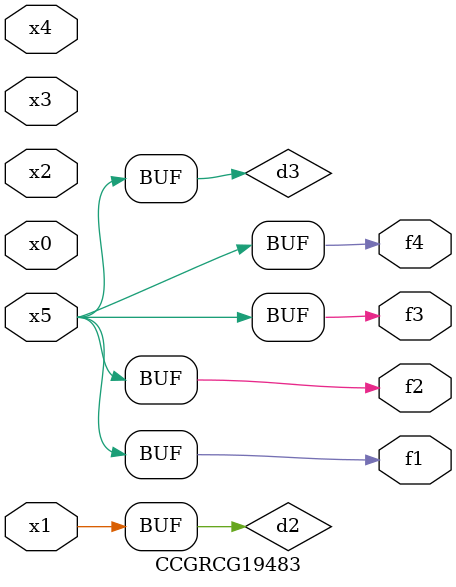
<source format=v>
module CCGRCG19483(
	input x0, x1, x2, x3, x4, x5,
	output f1, f2, f3, f4
);

	wire d1, d2, d3;

	not (d1, x5);
	or (d2, x1);
	xnor (d3, d1);
	assign f1 = d3;
	assign f2 = d3;
	assign f3 = d3;
	assign f4 = d3;
endmodule

</source>
